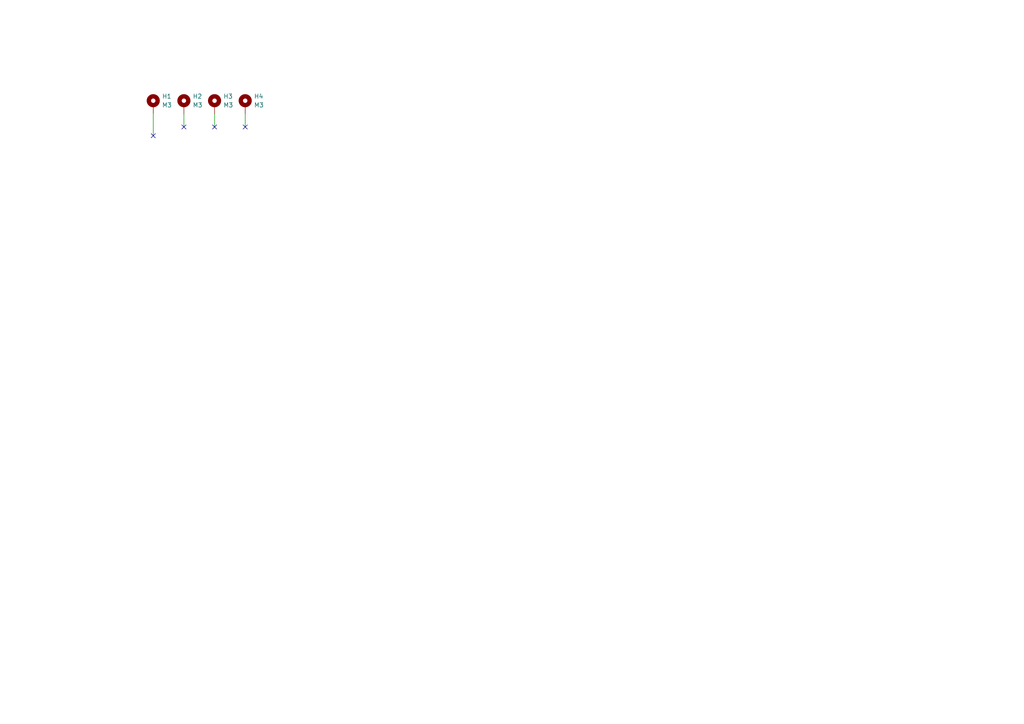
<source format=kicad_sch>
(kicad_sch (version 20231120) (generator "eeschema") (generator_version "8.0")
  (paper "A4")
  (title_block (title "Audio Thing Template") (rev "1.0") (company "velvia-fifty") (comment 1 "https://github.com/velvia-fifty/AudioThings") (comment 2 "You should have changed this already :)") (comment 4 "Stay humble"))
  (lib_symbols
    (symbol "Mechanical:MountingHole_Pad" (pin_numbers hide) (pin_names (offset 1.016) hide) (exclude_from_sim yes) (in_bom no)
      (property "Reference" "H" (at 0 6.35 0))
      (property "Value" "MountingHole_Pad" (at 0 4.445 0))
      (symbol "MountingHole_Pad_0_1"
        (circle (center 0 1.27) (radius 1.27) (stroke (width 1.27)))
      )
      (symbol "MountingHole_Pad_1_1"
        (pin input line (at 0 -2.54 90) (length 2.54) (name "1") (number "1"))
      )
    )
  )
  (no_connect (at 44.45 39.37))
  (no_connect (at 71.12 36.83))
  (no_connect (at 62.23 36.83))
  (no_connect (at 53.34 36.83))
  (wire (pts (xy 53.34 33.02) (xy 53.34 36.83)))
  (wire (pts (xy 44.45 33.02) (xy 44.45 39.37)))
  (wire (pts (xy 71.12 36.83) (xy 71.12 33.02)))
  (wire (pts (xy 62.23 33.02) (xy 62.23 36.83)))
  (symbol (lib_id "Mechanical:MountingHole_Pad") (at 53.34 30.48 0) (unit 1) (in_bom no)
    (property "Reference" "H2" (at 55.88 27.9399 0) (effects (justify left)))
    (property "Value" "M3" (at 55.88 30.4799 0) (effects (justify left)))
    (property "Footprint" "AT-Footprints:Keystone 7760 - M3 RA Mount" (effects (hide yes)))
    (property "Description" "Mounting Hole with connection" (effects (hide yes)))
  )
  (symbol (lib_id "Mechanical:MountingHole_Pad") (at 44.45 30.48 0) (unit 1) (in_bom no)
    (property "Reference" "H1" (at 46.99 27.9399 0) (effects (justify left)))
    (property "Value" "M3" (at 46.99 30.4799 0) (effects (justify left)))
    (property "Footprint" "AT-Footprints:Keystone 7760 - M3 RA Mount" (effects (hide yes)))
    (property "Description" "Mounting Hole with connection" (effects (hide yes)))
  )
  (symbol (lib_id "Mechanical:MountingHole_Pad") (at 62.23 30.48 0) (unit 1) (in_bom no)
    (property "Reference" "H3" (at 64.77 27.9399 0) (effects (justify left)))
    (property "Value" "M3" (at 64.77 30.4799 0) (effects (justify left)))
    (property "Footprint" "MountingHole:MountingHole_3.2mm_M3_DIN965" (effects (hide yes)))
    (property "Description" "Mounting Hole with connection" (effects (hide yes)))
  )
  (symbol (lib_id "Mechanical:MountingHole_Pad") (at 71.12 30.48 0) (unit 1) (in_bom no)
    (property "Reference" "H4" (at 73.66 27.9399 0) (effects (justify left)))
    (property "Value" "M3" (at 73.66 30.4799 0) (effects (justify left)))
    (property "Footprint" "MountingHole:MountingHole_3.2mm_M3_DIN965" (effects (hide yes)))
    (property "Description" "Mounting Hole with connection" (effects (hide yes)))
  )
)
</source>
